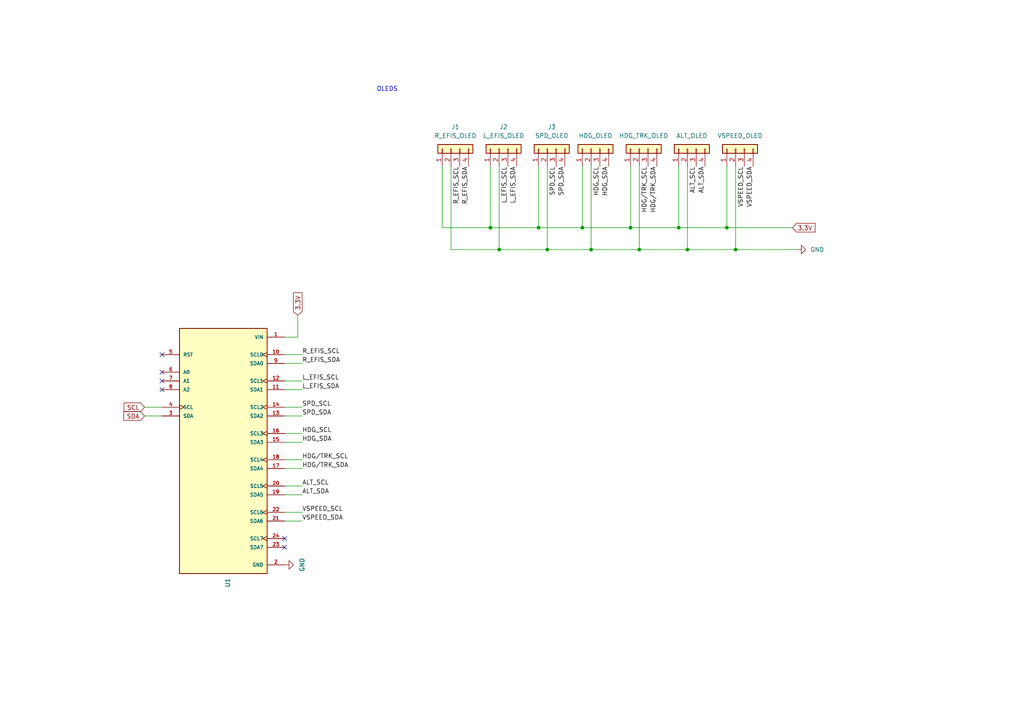
<source format=kicad_sch>
(kicad_sch (version 20231120) (generator "eeschema") (generator_version "8.0")
  (paper "A4")
  (title_block (title "FCU Mainboard schematics") (date "2024-03-05") (rev "1.0"))
  (lib_symbols
    (symbol "Connector_Generic:Conn_01x04" (pin_names (offset 1.016) hide)
      (property "Reference" "J" (at 0 5.08 0))
      (property "Value" "Conn_01x04" (at 0 -7.62 0))
      (symbol "Conn_01x04_1_1"
        (rectangle (start -1.27 -4.953) (end 0 -5.207) (stroke (width 0.1524)))
        (rectangle (start -1.27 -2.413) (end 0 -2.667) (stroke (width 0.1524)))
        (rectangle (start -1.27 0.127) (end 0 -0.127) (stroke (width 0.1524)))
        (rectangle (start -1.27 2.667) (end 0 2.413) (stroke (width 0.1524)))
        (rectangle (start -1.27 3.81) (end 1.27 -6.35) (stroke (width 0.254)) (fill (type background)))
        (pin passive line (at -5.08 2.54 0) (length 3.81) (name "Pin_1") (number "1"))
        (pin passive line (at -5.08 0 0) (length 3.81) (name "Pin_2") (number "2"))
        (pin passive line (at -5.08 -2.54 0) (length 3.81) (name "Pin_3") (number "3"))
        (pin passive line (at -5.08 -5.08 0) (length 3.81) (name "Pin_4") (number "4"))
      )
    )
    (symbol "SF_Library:Adafruit TCA4598A" (pin_names (offset 1.016))
      (property "Reference" "U" (at -12.7 36.322 0))
      (property "Value" "Adafruit TCA4598A" (at -12.7 -38.1 0))
      (symbol "Adafruit TCA4598A_0_0"
        (rectangle (start -12.7 -35.56) (end 12.7 35.56) (stroke (width 0.254)) (fill (type background)))
        (pin power_in line (at 17.78 33.02 180) (length 5.08) (name "VIN") (number "1"))
        (pin output clock (at 17.78 27.94 180) (length 5.08) (name "SCL0") (number "10"))
        (pin bidirectional line (at 17.78 17.78 180) (length 5.08) (name "SDA1") (number "11"))
        (pin output clock (at 17.78 20.32 180) (length 5.08) (name "SCL1") (number "12"))
        (pin bidirectional line (at 17.78 10.16 180) (length 5.08) (name "SDA2") (number "13"))
        (pin output clock (at 17.78 12.7 180) (length 5.08) (name "SCL2") (number "14"))
        (pin bidirectional line (at 17.78 2.54 180) (length 5.08) (name "SDA3") (number "15"))
        (pin output clock (at 17.78 5.08 180) (length 5.08) (name "SCL3") (number "16"))
        (pin bidirectional line (at 17.78 -5.08 180) (length 5.08) (name "SDA4") (number "17"))
        (pin output clock (at 17.78 -2.54 180) (length 5.08) (name "SCL4") (number "18"))
        (pin bidirectional line (at 17.78 -12.7 180) (length 5.08) (name "SDA5") (number "19"))
        (pin power_in line (at 17.78 -33.02 180) (length 5.08) (name "GND") (number "2"))
        (pin output clock (at 17.78 -10.16 180) (length 5.08) (name "SCL5") (number "20"))
        (pin bidirectional line (at 17.78 -20.32 180) (length 5.08) (name "SDA6") (number "21"))
        (pin output clock (at 17.78 -17.78 180) (length 5.08) (name "SCL6") (number "22"))
        (pin bidirectional line (at 17.78 -27.94 180) (length 5.08) (name "SDA7") (number "23"))
        (pin output clock (at 17.78 -25.4 180) (length 5.08) (name "SCL7") (number "24"))
        (pin bidirectional line (at -17.78 10.16 0) (length 5.08) (name "SDA") (number "3"))
        (pin input clock (at -17.78 12.7 0) (length 5.08) (name "SCL") (number "4"))
        (pin input line (at -17.78 27.94 0) (length 5.08) (name "RST") (number "5"))
        (pin input line (at -17.78 22.86 0) (length 5.08) (name "A0") (number "6"))
        (pin input line (at -17.78 20.32 0) (length 5.08) (name "A1") (number "7"))
        (pin input line (at -17.78 17.78 0) (length 5.08) (name "A2") (number "8"))
        (pin bidirectional line (at 17.78 25.4 180) (length 5.08) (name "SDA0") (number "9"))
      )
    )
    (symbol "power:GND" (power) (pin_names (offset 0))
      (property "Value" "GND" (at 0 -3.81 0))
      (symbol "GND_0_1"
        (polyline (pts (xy 0 0) (xy 0 -1.27) (xy 1.27 -1.27) (xy 0 -2.54) (xy -1.27 -1.27) (xy 0 -1.27)))
      )
      (symbol "GND_1_1"
        (pin power_in line (at 0 0 270) (length 0) hide (name "GND") (number "1"))
      )
    )
  )
  (junction (at 213.36 72.39))
  (junction (at 182.88 66.04))
  (junction (at 196.85 66.04))
  (junction (at 144.78 72.39))
  (junction (at 171.45 72.39))
  (junction (at 156.21 66.04))
  (junction (at 158.75 72.39))
  (junction (at 168.91 66.04))
  (junction (at 142.24 66.04))
  (junction (at 185.42 72.39))
  (junction (at 210.82 66.04))
  (junction (at 199.39 72.39))
  (no_connect (at 82.55 158.75))
  (no_connect (at 46.99 102.87))
  (no_connect (at 46.99 113.03))
  (no_connect (at 82.55 156.21))
  (no_connect (at 46.99 107.95))
  (no_connect (at 46.99 110.49))
  (wire (pts (xy 158.75 48.26) (xy 158.75 72.39)))
  (wire (pts (xy 87.63 105.41) (xy 82.55 105.41)))
  (wire (pts (xy 46.99 120.65) (xy 41.91 120.65)))
  (wire (pts (xy 87.63 120.65) (xy 82.55 120.65)))
  (wire (pts (xy 185.42 72.39) (xy 199.39 72.39)))
  (wire (pts (xy 213.36 72.39) (xy 231.14 72.39)))
  (wire (pts (xy 199.39 48.26) (xy 199.39 72.39)))
  (wire (pts (xy 87.63 102.87) (xy 82.55 102.87)))
  (wire (pts (xy 87.63 110.49) (xy 82.55 110.49)))
  (wire (pts (xy 87.63 135.89) (xy 82.55 135.89)))
  (wire (pts (xy 182.88 66.04) (xy 196.85 66.04)))
  (wire (pts (xy 171.45 72.39) (xy 185.42 72.39)))
  (wire (pts (xy 182.88 48.26) (xy 182.88 66.04)))
  (wire (pts (xy 185.42 48.26) (xy 185.42 72.39)))
  (wire (pts (xy 171.45 48.26) (xy 171.45 72.39)))
  (wire (pts (xy 87.63 143.51) (xy 82.55 143.51)))
  (wire (pts (xy 142.24 48.26) (xy 142.24 66.04)))
  (wire (pts (xy 213.36 48.26) (xy 213.36 72.39)))
  (wire (pts (xy 46.99 118.11) (xy 41.91 118.11)))
  (wire (pts (xy 87.63 151.13) (xy 82.55 151.13)))
  (wire (pts (xy 144.78 48.26) (xy 144.78 72.39)))
  (wire (pts (xy 87.63 140.97) (xy 82.55 140.97)))
  (wire (pts (xy 130.81 48.26) (xy 130.81 72.39)))
  (wire (pts (xy 196.85 48.26) (xy 196.85 66.04)))
  (wire (pts (xy 142.24 66.04) (xy 156.21 66.04)))
  (wire (pts (xy 87.63 128.27) (xy 82.55 128.27)))
  (wire (pts (xy 82.55 97.79) (xy 86.36 97.79)))
  (wire (pts (xy 156.21 48.26) (xy 156.21 66.04)))
  (wire (pts (xy 196.85 66.04) (xy 210.82 66.04)))
  (wire (pts (xy 87.63 125.73) (xy 82.55 125.73)))
  (wire (pts (xy 168.91 48.26) (xy 168.91 66.04)))
  (wire (pts (xy 128.27 66.04) (xy 142.24 66.04)))
  (wire (pts (xy 87.63 133.35) (xy 82.55 133.35)))
  (wire (pts (xy 86.36 97.79) (xy 86.36 91.44)))
  (wire (pts (xy 199.39 72.39) (xy 213.36 72.39)))
  (wire (pts (xy 168.91 66.04) (xy 182.88 66.04)))
  (wire (pts (xy 144.78 72.39) (xy 158.75 72.39)))
  (wire (pts (xy 87.63 113.03) (xy 82.55 113.03)))
  (wire (pts (xy 128.27 48.26) (xy 128.27 66.04)))
  (wire (pts (xy 87.63 118.11) (xy 82.55 118.11)))
  (wire (pts (xy 158.75 72.39) (xy 171.45 72.39)))
  (wire (pts (xy 156.21 66.04) (xy 168.91 66.04)))
  (wire (pts (xy 210.82 66.04) (xy 229.87 66.04)))
  (wire (pts (xy 87.63 148.59) (xy 82.55 148.59)))
  (wire (pts (xy 210.82 48.26) (xy 210.82 66.04)))
  (wire (pts (xy 130.81 72.39) (xy 144.78 72.39)))
  (text "OLEDS" (at 109.22 26.67 0) (effects (font (size 1.27 1.27)) (justify left bottom)))
  (label "VSPEED_SCL" (at 215.9 48.26 270))
  (label "VSPEED_SDA" (at 87.63 151.13 0))
  (label "L_EFIS_SCL" (at 87.63 110.49 0))
  (label "HDG_SCL" (at 173.99 48.26 270))
  (label "VSPEED_SCL" (at 87.63 148.59 0))
  (label "ALT_SDA" (at 204.47 48.26 270))
  (label "HDG_SDA" (at 176.53 48.26 270))
  (label "L_EFIS_SCL" (at 147.32 48.26 270))
  (label "HDG{slash}TRK_SCL" (at 87.63 133.35 0))
  (label "SPD_SCL" (at 87.63 118.11 0))
  (label "R_EFIS_SDA" (at 135.89 48.26 270))
  (label "HDG{slash}TRK_SDA" (at 190.5 48.26 270))
  (label "R_EFIS_SCL" (at 87.63 102.87 0))
  (label "VSPEED_SDA" (at 218.44 48.26 270))
  (label "ALT_SCL" (at 201.93 48.26 270))
  (label "HDG_SDA" (at 87.63 128.27 0))
  (label "SPD_SDA" (at 163.83 48.26 270))
  (label "HDG{slash}TRK_SDA" (at 87.63 135.89 0))
  (label "SPD_SDA" (at 87.63 120.65 0))
  (label "L_EFIS_SDA" (at 149.86 48.26 270))
  (label "HDG_SCL" (at 87.63 125.73 0))
  (label "ALT_SCL" (at 87.63 140.97 0))
  (label "HDG{slash}TRK_SCL" (at 187.96 48.26 270))
  (label "ALT_SDA" (at 87.63 143.51 0))
  (label "R_EFIS_SCL" (at 133.35 48.26 270))
  (label "SPD_SCL" (at 161.29 48.26 270))
  (label "L_EFIS_SDA" (at 87.63 113.03 0))
  (label "R_EFIS_SDA" (at 87.63 105.41 0))
  (global_label "3.3V" (shape input) (at 86.36 91.44 90) (property "Intersheetrefs" "${INTERSHEET_REFS}" (effects (hide yes))))
  (global_label "SDA" (shape input) (at 41.91 120.65 180) (property "Intersheetrefs" "${INTERSHEET_REFS}" (effects (hide yes))))
  (global_label "SCL" (shape input) (at 41.91 118.11 180) (property "Intersheetrefs" "${INTERSHEET_REFS}" (effects (hide yes))))
  (global_label "3.3V" (shape input) (at 229.87 66.04 0) (property "Intersheetrefs" "${INTERSHEET_REFS}" (effects (hide yes))))
  (symbol (lib_id "Connector_Generic:Conn_01x04") (at 199.39 43.18 90) (unit 1)
    (property "Reference" "J14" (effects (hide yes)))
    (property "Value" "ALT_OLED" (at 200.66 39.37 90))
    (property "Footprint" "Connector_JST:JST_EH_B4B-EH-A_1x04_P2.50mm_Vertical" (effects (hide yes)))
  )
  (symbol (lib_id "Connector_Generic:Conn_01x04") (at 171.45 43.18 90) (unit 1)
    (property "Reference" "J4" (effects (hide yes)))
    (property "Value" "HDG_OLED" (at 172.72 39.37 90))
    (property "Footprint" "Connector_JST:JST_EH_B4B-EH-A_1x04_P2.50mm_Vertical" (effects (hide yes)))
  )
  (symbol (lib_id "power:GND") (at 82.55 163.83 90) (unit 1)
    (property "Reference" "#PWR04" (effects (hide yes)))
    (property "Value" "GND" (at 87.63 163.83 0))
  )
  (symbol (lib_id "Connector_Generic:Conn_01x04") (at 144.78 43.18 90) (unit 1)
    (property "Reference" "J2" (at 146.05 36.83 90))
    (property "Value" "L_EFIS_OLED" (at 146.05 39.37 90))
    (property "Footprint" "Connector_JST:JST_EH_B4B-EH-A_1x04_P2.50mm_Vertical" (effects (hide yes)))
  )
  (symbol (lib_id "Connector_Generic:Conn_01x04") (at 213.36 43.18 90) (unit 1)
    (property "Reference" "J15" (effects (hide yes)))
    (property "Value" "VSPEED_OLED" (at 214.63 39.37 90))
    (property "Footprint" "Connector_JST:JST_EH_B4B-EH-A_1x04_P2.50mm_Vertical" (effects (hide yes)))
  )
  (symbol (lib_id "Connector_Generic:Conn_01x04") (at 158.75 43.18 90) (unit 1)
    (property "Reference" "J3" (at 160.02 36.83 90))
    (property "Value" "SPD_OLED" (at 160.02 39.37 90))
    (property "Footprint" "Connector_JST:JST_EH_B4B-EH-A_1x04_P2.50mm_Vertical" (effects (hide yes)))
  )
  (symbol (lib_id "Connector_Generic:Conn_01x04") (at 185.42 43.18 90) (unit 1)
    (property "Reference" "J5" (effects (hide yes)))
    (property "Value" "HDG_TRK_OLED" (at 186.69 39.37 90))
    (property "Footprint" "Connector_JST:JST_EH_B4B-EH-A_1x04_P2.50mm_Vertical" (effects (hide yes)))
  )
  (symbol (lib_id "power:GND") (at 231.14 72.39 90) (unit 1)
    (property "Reference" "#PWR03" (effects (hide yes)))
    (property "Value" "GND" (at 234.95 72.39 90) (effects (justify right)))
  )
  (symbol (lib_id "Connector_Generic:Conn_01x04") (at 130.81 43.18 90) (unit 1)
    (property "Reference" "J1" (at 132.08 36.83 90))
    (property "Value" "R_EFIS_OLED" (at 132.08 39.37 90))
    (property "Footprint" "Connector_JST:JST_EH_B4B-EH-A_1x04_P2.50mm_Vertical" (effects (hide yes)))
  )
  (symbol (lib_id "SF_Library:Adafruit TCA4598A") (at 64.77 130.81 0) (unit 1)
    (property "Reference" "U1" (at 66.04 167.64 90) (effects (justify right)))
    (property "Value" "Adafruit TCA4598A" (effects (hide yes)))
    (property "Footprint" "AdaFruit:MODULE_2717" (effects (hide yes)))
    (property "Description" "\nModule: multiplexer; I2C interface multiplexer; TCA9548A; 3÷5VDC\n" (effects (hide yes)))
    (property "MF" "Adafruit" (effects (hide yes)))
    (property "MAXIMUM_PACKAGE_HEIGHT" "2.7mm" (effects (hide yes)))
    (property "Package" "None" (effects (hide yes)))
    (property "Price" "None" (effects (hide yes)))
    (property "Check_prices" "https://www.snapeda.com/parts/2717/Adafruit+Industries+LLC/view-part/?ref=eda" (effects (hide yes)))
    (property "STANDARD" "Manufacturer Recommendations" (effects (hide yes)))
    (property "PARTREV" "Sep 11, 2015" (effects (hide yes)))
    (property "SnapEDA_Link" "https://www.snapeda.com/parts/2717/Adafruit+Industries+LLC/view-part/?ref=snap" (effects (hide yes)))
    (property "MP" "2717" (effects (hide yes)))
    (property "Purchase-URL" "https://www.snapeda.com/api/url_track_click_mouser/?unipart_id=552129&manufacturer=Adafruit&part_name=2717&search_term=None" (effects (hide yes)))
    (property "MANUFACTURER" "Adafruit" (effects (hide yes)))
    (property "Availability" "In Stock" (effects (hide yes)))
    (property "SNAPEDA_PN" "2717" (effects (hide yes)))
  )
)
</source>
